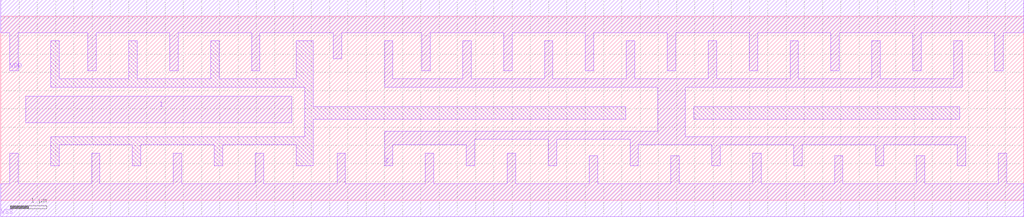
<source format=lef>
# Copyright 2022 GlobalFoundries PDK Authors
#
# Licensed under the Apache License, Version 2.0 (the "License");
# you may not use this file except in compliance with the License.
# You may obtain a copy of the License at
#
#      http://www.apache.org/licenses/LICENSE-2.0
#
# Unless required by applicable law or agreed to in writing, software
# distributed under the License is distributed on an "AS IS" BASIS,
# WITHOUT WARRANTIES OR CONDITIONS OF ANY KIND, either express or implied.
# See the License for the specific language governing permissions and
# limitations under the License.

MACRO gf180mcu_fd_sc_mcu9t5v0__clkbuf_16
  CLASS core ;
  FOREIGN gf180mcu_fd_sc_mcu9t5v0__clkbuf_16 0.0 0.0 ;
  ORIGIN 0 0 ;
  SYMMETRY X Y ;
  SITE GF018hv5v_green_sc9 ;
  SIZE 28 BY 5.04 ;
  PIN I
    DIRECTION INPUT ;
    ANTENNAGATEAREA 10.824 ;
    PORT
      LAYER Metal1 ;
        POLYGON 0.685 2.125 7.965 2.125 7.965 2.84 0.685 2.84  ;
    END
  END I
  PIN Z
    DIRECTION OUTPUT ;
    ANTENNADIFFAREA 12.4048 ;
    PORT
      LAYER Metal1 ;
        POLYGON 10.505 3.09 17.105 3.09 17.985 3.09 17.985 1.895 10.505 1.895 10.505 0.945 10.735 0.945 10.735 1.515 12.745 1.515 12.745 0.945 12.975 0.945 12.975 1.665 14.985 1.665 14.985 0.945 15.215 0.945 15.215 1.665 17.225 1.665 17.225 0.945 17.455 0.945 17.455 1.515 19.465 1.515 19.465 0.945 19.695 0.945 19.695 1.515 21.705 1.515 21.705 0.945 21.935 0.945 21.935 1.515 23.945 1.515 23.945 0.945 24.175 0.945 24.175 1.515 26.185 1.515 26.185 0.945 26.415 0.945 26.415 1.745 18.735 1.745 18.735 3.09 26.245 3.09 26.315 3.09 26.315 4.36 26.245 4.36 26.085 4.36 26.085 3.32 24.075 3.32 24.075 4.36 23.845 4.36 23.845 3.32 21.835 3.32 21.835 4.36 21.605 4.36 21.605 3.32 19.595 3.32 19.595 4.36 19.365 4.36 19.365 3.32 17.355 3.32 17.355 4.36 17.125 4.36 17.125 3.32 17.105 3.32 15.115 3.32 15.115 4.36 14.885 4.36 14.885 3.32 12.875 3.32 12.875 4.36 12.645 4.36 12.645 3.32 10.735 3.32 10.735 4.36 10.505 4.36  ;
    END
  END Z
  PIN VDD
    DIRECTION INOUT ;
    USE power ;
    SHAPE ABUTMENT ;
    PORT
      LAYER Metal1 ;
        POLYGON 0 4.59 0.245 4.59 0.245 3.55 0.475 3.55 0.475 4.59 2.385 4.59 2.385 3.55 2.615 3.55 2.615 4.59 4.625 4.59 4.625 3.55 4.855 3.55 4.855 4.59 6.865 4.59 6.865 3.55 7.095 3.55 7.095 4.59 9.105 4.59 9.105 3.875 9.335 3.875 9.335 4.59 11.525 4.59 11.525 3.55 11.755 3.55 11.755 4.59 13.765 4.59 13.765 3.55 13.995 3.55 13.995 4.59 16.005 4.59 16.005 3.55 16.235 3.55 16.235 4.59 17.105 4.59 18.245 4.59 18.245 3.55 18.475 3.55 18.475 4.59 20.485 4.59 20.485 3.55 20.715 3.55 20.715 4.59 22.725 4.59 22.725 3.55 22.955 3.55 22.955 4.59 24.965 4.59 24.965 3.55 25.195 3.55 25.195 4.59 26.245 4.59 27.205 4.59 27.205 3.55 27.435 3.55 27.435 4.59 28 4.59 28 5.49 26.245 5.49 17.105 5.49 0 5.49  ;
    END
  END VDD
  PIN VSS
    DIRECTION INOUT ;
    USE ground ;
    SHAPE ABUTMENT ;
    PORT
      LAYER Metal1 ;
        POLYGON 0 -0.45 28 -0.45 28 0.45 27.535 0.45 27.535 1.285 27.305 1.285 27.305 0.45 25.295 0.45 25.295 1.215 25.065 1.215 25.065 0.45 23.055 0.45 23.055 1.215 22.825 1.215 22.825 0.45 20.815 0.45 20.815 1.285 20.585 1.285 20.585 0.45 18.575 0.45 18.575 1.215 18.345 1.215 18.345 0.45 16.335 0.45 16.335 1.215 16.105 1.215 16.105 0.45 14.095 0.45 14.095 1.285 13.865 1.285 13.865 0.45 11.855 0.45 11.855 1.285 11.625 1.285 11.625 0.45 9.435 0.45 9.435 1.285 9.205 1.285 9.205 0.45 7.195 0.45 7.195 1.285 6.965 1.285 6.965 0.45 4.955 0.45 4.955 1.285 4.725 1.285 4.725 0.45 2.715 0.45 2.715 1.285 2.485 1.285 2.485 0.45 0.475 0.45 0.475 1.285 0.245 1.285 0.245 0.45 0 0.45  ;
    END
  END VSS
  OBS
      LAYER Metal1 ;
        POLYGON 1.365 3.09 8.32 3.09 8.32 1.745 1.365 1.745 1.365 0.945 1.595 0.945 1.595 1.515 3.605 1.515 3.605 0.945 3.835 0.945 3.835 1.515 5.845 1.515 5.845 0.945 6.075 0.945 6.075 1.515 8.085 1.515 8.085 0.945 8.55 0.945 8.55 2.215 17.105 2.215 17.105 2.555 8.55 2.555 8.55 4.36 8.085 4.36 8.085 3.32 5.975 3.32 5.975 4.36 5.745 4.36 5.745 3.32 3.735 3.32 3.735 4.36 3.505 4.36 3.505 3.32 1.595 3.32 1.595 4.36 1.365 4.36  ;
        POLYGON 18.965 2.215 26.245 2.215 26.245 2.555 18.965 2.555  ;
  END
END gf180mcu_fd_sc_mcu9t5v0__clkbuf_16

</source>
